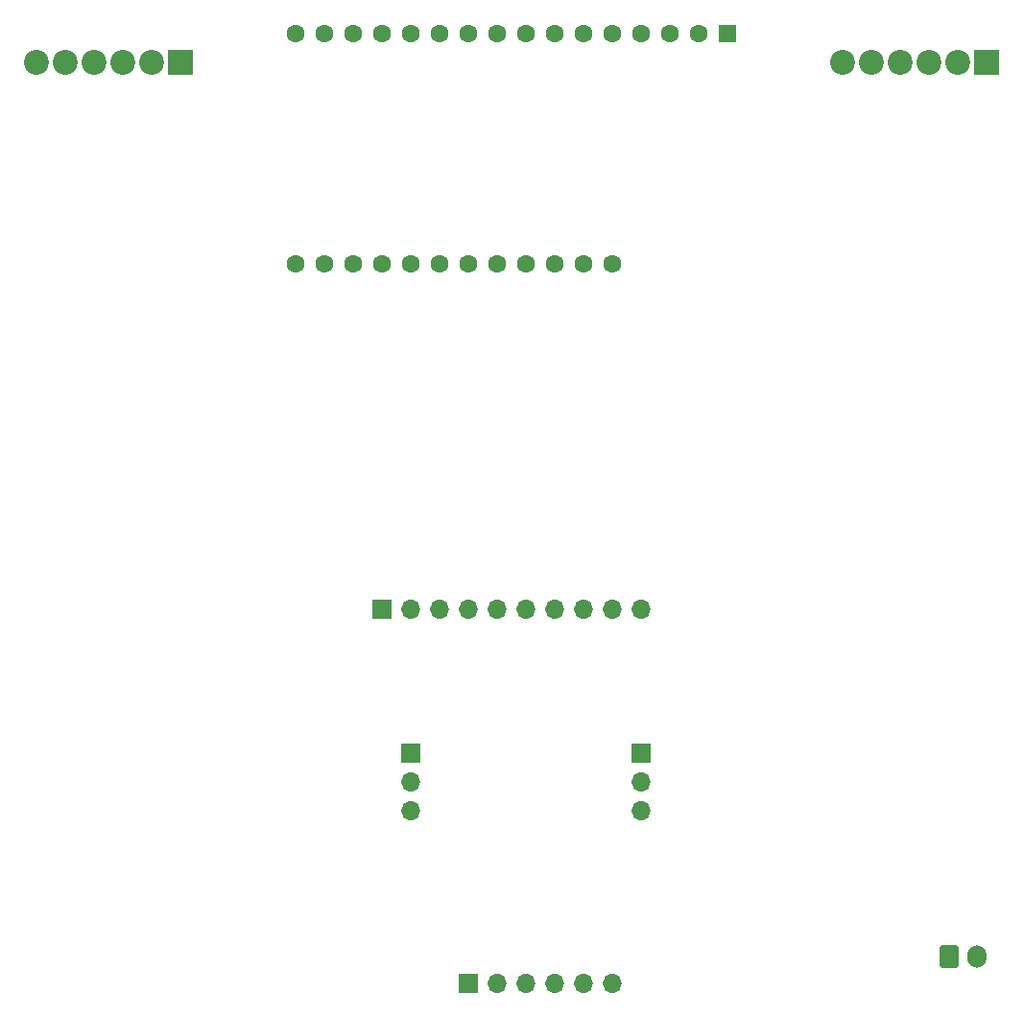
<source format=gbr>
%TF.GenerationSoftware,KiCad,Pcbnew,7.0.7*%
%TF.CreationDate,2023-11-09T14:18:27-08:00*%
%TF.ProjectId,Micro_Mouse,4d696372-6f5f-44d6-9f75-73652e6b6963,rev?*%
%TF.SameCoordinates,Original*%
%TF.FileFunction,Soldermask,Bot*%
%TF.FilePolarity,Negative*%
%FSLAX46Y46*%
G04 Gerber Fmt 4.6, Leading zero omitted, Abs format (unit mm)*
G04 Created by KiCad (PCBNEW 7.0.7) date 2023-11-09 14:18:27*
%MOMM*%
%LPD*%
G01*
G04 APERTURE LIST*
G04 Aperture macros list*
%AMRoundRect*
0 Rectangle with rounded corners*
0 $1 Rounding radius*
0 $2 $3 $4 $5 $6 $7 $8 $9 X,Y pos of 4 corners*
0 Add a 4 corners polygon primitive as box body*
4,1,4,$2,$3,$4,$5,$6,$7,$8,$9,$2,$3,0*
0 Add four circle primitives for the rounded corners*
1,1,$1+$1,$2,$3*
1,1,$1+$1,$4,$5*
1,1,$1+$1,$6,$7*
1,1,$1+$1,$8,$9*
0 Add four rect primitives between the rounded corners*
20,1,$1+$1,$2,$3,$4,$5,0*
20,1,$1+$1,$4,$5,$6,$7,0*
20,1,$1+$1,$6,$7,$8,$9,0*
20,1,$1+$1,$8,$9,$2,$3,0*%
G04 Aperture macros list end*
%ADD10R,2.200000X2.200000*%
%ADD11C,2.200000*%
%ADD12R,1.600000X1.600000*%
%ADD13C,1.600000*%
%ADD14R,1.700000X1.700000*%
%ADD15O,1.700000X1.700000*%
%ADD16RoundRect,0.250000X-0.600000X-0.750000X0.600000X-0.750000X0.600000X0.750000X-0.600000X0.750000X0*%
%ADD17O,1.700000X2.000000*%
G04 APERTURE END LIST*
D10*
%TO.C,J4*%
X195580000Y-55880000D03*
D11*
X193040000Y-55880000D03*
X190500000Y-55880000D03*
X187960000Y-55880000D03*
X185420000Y-55880000D03*
X182880000Y-55880000D03*
%TD*%
D12*
%TO.C,A1*%
X172720000Y-53340000D03*
D13*
X170180000Y-53340000D03*
X167640000Y-53340000D03*
X165100000Y-53340000D03*
X162560000Y-53340000D03*
X160020000Y-53340000D03*
X157480000Y-53340000D03*
X154940000Y-53340000D03*
X152400000Y-53340000D03*
X149860000Y-53340000D03*
X147320000Y-53340000D03*
X144780000Y-53340000D03*
X142240000Y-53340000D03*
X139700000Y-53340000D03*
X137160000Y-53340000D03*
X134620000Y-53340000D03*
X134620000Y-73660000D03*
X137160000Y-73660000D03*
X139700000Y-73660000D03*
X142240000Y-73660000D03*
X144780000Y-73660000D03*
X147320000Y-73660000D03*
X149860000Y-73660000D03*
X152400000Y-73660000D03*
X154940000Y-73660000D03*
X157480000Y-73660000D03*
X160020000Y-73660000D03*
X162560000Y-73660000D03*
%TD*%
D14*
%TO.C,J6*%
X144780000Y-116840000D03*
D15*
X144780000Y-119380000D03*
X144780000Y-121920000D03*
%TD*%
D10*
%TO.C,J3*%
X124460000Y-55880000D03*
D11*
X121920000Y-55880000D03*
X119380000Y-55880000D03*
X116840000Y-55880000D03*
X114300000Y-55880000D03*
X111760000Y-55880000D03*
%TD*%
D14*
%TO.C,J7*%
X165100000Y-116840000D03*
D15*
X165100000Y-119380000D03*
X165100000Y-121920000D03*
%TD*%
D14*
%TO.C,J5*%
X149860000Y-137160000D03*
D15*
X152400000Y-137160000D03*
X154940000Y-137160000D03*
X157480000Y-137160000D03*
X160020000Y-137160000D03*
X162560000Y-137160000D03*
%TD*%
D16*
%TO.C,J1*%
X192240322Y-134787338D03*
D17*
X194740322Y-134787338D03*
%TD*%
D14*
%TO.C,J8*%
X142240000Y-104140000D03*
D15*
X144780000Y-104140000D03*
X147320000Y-104140000D03*
X149860000Y-104140000D03*
X152400000Y-104140000D03*
X154940000Y-104140000D03*
X157480000Y-104140000D03*
X160020000Y-104140000D03*
X162560000Y-104140000D03*
X165100000Y-104140000D03*
%TD*%
M02*

</source>
